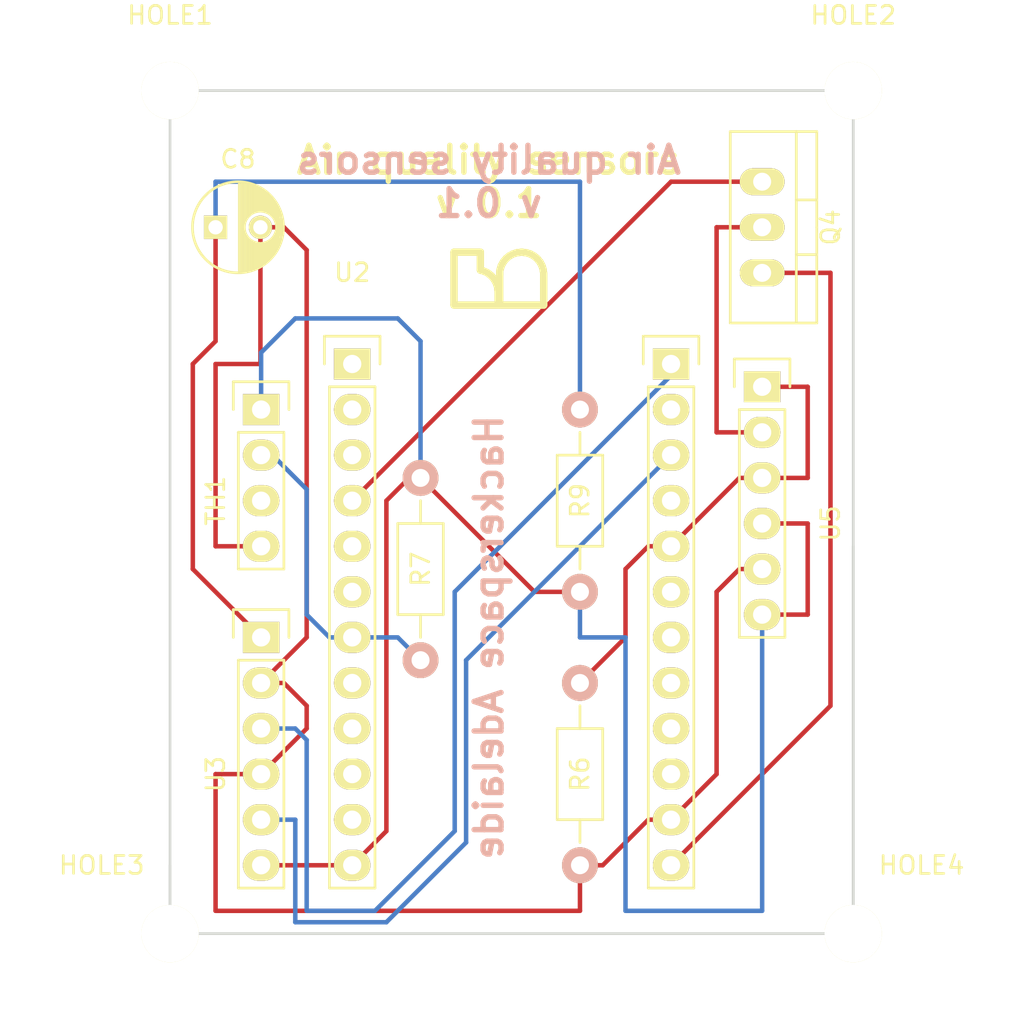
<source format=kicad_pcb>
(kicad_pcb (version 4) (host pcbnew 4.0.2-stable)

  (general
    (links 24)
    (no_connects 0)
    (area 142.717857 58.125 200.182143 115.715)
    (thickness 1.6)
    (drawings 230)
    (tracks 89)
    (zones 0)
    (modules 13)
    (nets 28)
  )

  (page A4)
  (title_block
    (title "Air quality sensors")
    (company sighmon)
  )

  (layers
    (0 F.Cu signal)
    (31 B.Cu signal)
    (32 B.Adhes user)
    (33 F.Adhes user)
    (34 B.Paste user)
    (35 F.Paste user)
    (36 B.SilkS user)
    (37 F.SilkS user)
    (38 B.Mask user)
    (39 F.Mask user)
    (40 Dwgs.User user)
    (41 Cmts.User user)
    (42 Eco1.User user)
    (43 Eco2.User user)
    (44 Edge.Cuts user)
    (45 Margin user)
    (46 B.CrtYd user)
    (47 F.CrtYd user)
    (48 B.Fab user)
    (49 F.Fab user)
  )

  (setup
    (last_trace_width 0.25)
    (trace_clearance 0.25)
    (zone_clearance 0.508)
    (zone_45_only no)
    (trace_min 0.2)
    (segment_width 0.2)
    (edge_width 0.15)
    (via_size 0.6)
    (via_drill 0.4)
    (via_min_size 0.4)
    (via_min_drill 0.3)
    (uvia_size 0.3)
    (uvia_drill 0.1)
    (uvias_allowed no)
    (uvia_min_size 0.2)
    (uvia_min_drill 0.1)
    (pcb_text_width 0.3)
    (pcb_text_size 1.5 1.5)
    (mod_edge_width 0.15)
    (mod_text_size 1 1)
    (mod_text_width 0.15)
    (pad_size 1.524 1.524)
    (pad_drill 0.762)
    (pad_to_mask_clearance 0.2)
    (aux_axis_origin 0 0)
    (visible_elements FFFFFF7F)
    (pcbplotparams
      (layerselection 0x00030_80000001)
      (usegerberextensions false)
      (excludeedgelayer true)
      (linewidth 0.100000)
      (plotframeref false)
      (viasonmask false)
      (mode 1)
      (useauxorigin false)
      (hpglpennumber 1)
      (hpglpenspeed 20)
      (hpglpendiameter 15)
      (hpglpenoverlay 2)
      (psnegative false)
      (psa4output false)
      (plotreference true)
      (plotvalue true)
      (plotinvisibletext false)
      (padsonsilk false)
      (subtractmaskfromsilk false)
      (outputformat 1)
      (mirror false)
      (drillshape 0)
      (scaleselection 1)
      (outputdirectory ""))
  )

  (net 0 "")
  (net 1 "Net-(C8-Pad1)")
  (net 2 GND)
  (net 3 "Net-(Q4-Pad2)")
  (net 4 "Net-(Q4-Pad1)")
  (net 5 "Net-(Q4-Pad3)")
  (net 6 "Net-(R6-Pad1)")
  (net 7 "Net-(R7-Pad1)")
  (net 8 "Net-(R7-Pad2)")
  (net 9 "Net-(TH1-Pad3)")
  (net 10 "Net-(U2-Pad11)")
  (net 11 "Net-(U2-Pad10)")
  (net 12 "Net-(U2-Pad9)")
  (net 13 "Net-(U2-Pad8)")
  (net 14 "Net-(U2-Pad6)")
  (net 15 "Net-(U2-Pad5)")
  (net 16 "Net-(U2-Pad3)")
  (net 17 "Net-(U2-Pad2)")
  (net 18 "Net-(U2-Pad1)")
  (net 19 "Net-(U2-Pad24)")
  (net 20 "Net-(U2-Pad22)")
  (net 21 "Net-(U2-Pad15)")
  (net 22 "Net-(U2-Pad16)")
  (net 23 "Net-(U2-Pad17)")
  (net 24 "Net-(U2-Pad18)")
  (net 25 "Net-(U2-Pad19)")
  (net 26 "Net-(U2-Pad21)")
  (net 27 "Net-(U2-Pad23)")

  (net_class Default "This is the default net class."
    (clearance 0.25)
    (trace_width 0.25)
    (via_dia 0.6)
    (via_drill 0.4)
    (uvia_dia 0.3)
    (uvia_drill 0.1)
    (add_net GND)
    (add_net "Net-(C8-Pad1)")
    (add_net "Net-(Q4-Pad1)")
    (add_net "Net-(Q4-Pad2)")
    (add_net "Net-(Q4-Pad3)")
    (add_net "Net-(R6-Pad1)")
    (add_net "Net-(R7-Pad1)")
    (add_net "Net-(R7-Pad2)")
    (add_net "Net-(TH1-Pad3)")
    (add_net "Net-(U2-Pad1)")
    (add_net "Net-(U2-Pad10)")
    (add_net "Net-(U2-Pad11)")
    (add_net "Net-(U2-Pad15)")
    (add_net "Net-(U2-Pad16)")
    (add_net "Net-(U2-Pad17)")
    (add_net "Net-(U2-Pad18)")
    (add_net "Net-(U2-Pad19)")
    (add_net "Net-(U2-Pad2)")
    (add_net "Net-(U2-Pad21)")
    (add_net "Net-(U2-Pad22)")
    (add_net "Net-(U2-Pad23)")
    (add_net "Net-(U2-Pad24)")
    (add_net "Net-(U2-Pad3)")
    (add_net "Net-(U2-Pad5)")
    (add_net "Net-(U2-Pad6)")
    (add_net "Net-(U2-Pad8)")
    (add_net "Net-(U2-Pad9)")
  )

  (module Pin_Headers:Pin_Header_Straight_1x04 (layer F.Cu) (tedit 57987D8C) (tstamp 57931A1A)
    (at 157.48 81.28)
    (descr "Through hole pin header")
    (tags "pin header")
    (path /576E2AD2)
    (fp_text reference TH1 (at -2.54 5.08 90) (layer F.SilkS)
      (effects (font (size 1 1) (thickness 0.15)))
    )
    (fp_text value DHT22_Temperature_Humidity (at -5.08 0 90) (layer F.Fab)
      (effects (font (size 1 1) (thickness 0.15)))
    )
    (fp_line (start -1.75 -1.75) (end -1.75 9.4) (layer F.CrtYd) (width 0.05))
    (fp_line (start 1.75 -1.75) (end 1.75 9.4) (layer F.CrtYd) (width 0.05))
    (fp_line (start -1.75 -1.75) (end 1.75 -1.75) (layer F.CrtYd) (width 0.05))
    (fp_line (start -1.75 9.4) (end 1.75 9.4) (layer F.CrtYd) (width 0.05))
    (fp_line (start -1.27 1.27) (end -1.27 8.89) (layer F.SilkS) (width 0.15))
    (fp_line (start 1.27 1.27) (end 1.27 8.89) (layer F.SilkS) (width 0.15))
    (fp_line (start 1.55 -1.55) (end 1.55 0) (layer F.SilkS) (width 0.15))
    (fp_line (start -1.27 8.89) (end 1.27 8.89) (layer F.SilkS) (width 0.15))
    (fp_line (start 1.27 1.27) (end -1.27 1.27) (layer F.SilkS) (width 0.15))
    (fp_line (start -1.55 0) (end -1.55 -1.55) (layer F.SilkS) (width 0.15))
    (fp_line (start -1.55 -1.55) (end 1.55 -1.55) (layer F.SilkS) (width 0.15))
    (pad 1 thru_hole rect (at 0 0) (size 2.032 1.7272) (drill 1.016) (layers *.Cu *.Mask F.SilkS)
      (net 7 "Net-(R7-Pad1)"))
    (pad 2 thru_hole oval (at 0 2.54) (size 2.032 1.7272) (drill 1.016) (layers *.Cu *.Mask F.SilkS)
      (net 8 "Net-(R7-Pad2)"))
    (pad 3 thru_hole oval (at 0 5.08) (size 2.032 1.7272) (drill 1.016) (layers *.Cu *.Mask F.SilkS)
      (net 9 "Net-(TH1-Pad3)"))
    (pad 4 thru_hole oval (at 0 7.62) (size 2.032 1.7272) (drill 1.016) (layers *.Cu *.Mask F.SilkS)
      (net 2 GND))
    (model Pin_Headers.3dshapes/Pin_Header_Straight_1x04.wrl
      (at (xyz 0 -0.15 0))
      (scale (xyz 1 1 1))
      (rotate (xyz 0 0 90))
    )
  )

  (module Resistors_ThroughHole:Resistor_Horizontal_RM10mm (layer F.Cu) (tedit 57987E0A) (tstamp 57931EFE)
    (at 175.26 81.28 270)
    (descr "Resistor, Axial,  RM 10mm, 1/3W")
    (tags "Resistor Axial RM 10mm 1/3W")
    (path /577393B5)
    (fp_text reference R9 (at 5.08 0 270) (layer F.SilkS)
      (effects (font (size 1 1) (thickness 0.15)))
    )
    (fp_text value R150 (at 0 2.54 270) (layer F.Fab)
      (effects (font (size 1 1) (thickness 0.15)))
    )
    (fp_line (start -1.25 -1.5) (end 11.4 -1.5) (layer F.CrtYd) (width 0.05))
    (fp_line (start -1.25 1.5) (end -1.25 -1.5) (layer F.CrtYd) (width 0.05))
    (fp_line (start 11.4 -1.5) (end 11.4 1.5) (layer F.CrtYd) (width 0.05))
    (fp_line (start -1.25 1.5) (end 11.4 1.5) (layer F.CrtYd) (width 0.05))
    (fp_line (start 2.54 -1.27) (end 7.62 -1.27) (layer F.SilkS) (width 0.15))
    (fp_line (start 7.62 -1.27) (end 7.62 1.27) (layer F.SilkS) (width 0.15))
    (fp_line (start 7.62 1.27) (end 2.54 1.27) (layer F.SilkS) (width 0.15))
    (fp_line (start 2.54 1.27) (end 2.54 -1.27) (layer F.SilkS) (width 0.15))
    (fp_line (start 2.54 0) (end 1.27 0) (layer F.SilkS) (width 0.15))
    (fp_line (start 7.62 0) (end 8.89 0) (layer F.SilkS) (width 0.15))
    (pad 1 thru_hole circle (at 0 0 270) (size 1.99898 1.99898) (drill 1.00076) (layers *.Cu *.SilkS *.Mask)
      (net 1 "Net-(C8-Pad1)"))
    (pad 2 thru_hole circle (at 10.16 0 270) (size 1.99898 1.99898) (drill 1.00076) (layers *.Cu *.SilkS *.Mask)
      (net 7 "Net-(R7-Pad1)"))
    (model Resistors_ThroughHole.3dshapes/Resistor_Horizontal_RM10mm.wrl
      (at (xyz 0.2 0 0))
      (scale (xyz 0.4 0.4 0.4))
      (rotate (xyz 0 0 0))
    )
  )

  (module Resistors_ThroughHole:Resistor_Horizontal_RM10mm (layer F.Cu) (tedit 57987DE4) (tstamp 57931ED7)
    (at 175.26 96.52 270)
    (descr "Resistor, Axial,  RM 10mm, 1/3W")
    (tags "Resistor Axial RM 10mm 1/3W")
    (path /57775D75)
    (fp_text reference R6 (at 5.08 0 270) (layer F.SilkS)
      (effects (font (size 1 1) (thickness 0.15)))
    )
    (fp_text value R20K (at 0 2.54 270) (layer F.Fab)
      (effects (font (size 1 1) (thickness 0.15)))
    )
    (fp_line (start -1.25 -1.5) (end 11.4 -1.5) (layer F.CrtYd) (width 0.05))
    (fp_line (start -1.25 1.5) (end -1.25 -1.5) (layer F.CrtYd) (width 0.05))
    (fp_line (start 11.4 -1.5) (end 11.4 1.5) (layer F.CrtYd) (width 0.05))
    (fp_line (start -1.25 1.5) (end 11.4 1.5) (layer F.CrtYd) (width 0.05))
    (fp_line (start 2.54 -1.27) (end 7.62 -1.27) (layer F.SilkS) (width 0.15))
    (fp_line (start 7.62 -1.27) (end 7.62 1.27) (layer F.SilkS) (width 0.15))
    (fp_line (start 7.62 1.27) (end 2.54 1.27) (layer F.SilkS) (width 0.15))
    (fp_line (start 2.54 1.27) (end 2.54 -1.27) (layer F.SilkS) (width 0.15))
    (fp_line (start 2.54 0) (end 1.27 0) (layer F.SilkS) (width 0.15))
    (fp_line (start 7.62 0) (end 8.89 0) (layer F.SilkS) (width 0.15))
    (pad 1 thru_hole circle (at 0 0 270) (size 1.99898 1.99898) (drill 1.00076) (layers *.Cu *.SilkS *.Mask)
      (net 6 "Net-(R6-Pad1)"))
    (pad 2 thru_hole circle (at 10.16 0 270) (size 1.99898 1.99898) (drill 1.00076) (layers *.Cu *.SilkS *.Mask)
      (net 2 GND))
    (model Resistors_ThroughHole.3dshapes/Resistor_Horizontal_RM10mm.wrl
      (at (xyz 0.2 0 0))
      (scale (xyz 0.4 0.4 0.4))
      (rotate (xyz 0 0 0))
    )
  )

  (module Resistors_ThroughHole:Resistor_Horizontal_RM10mm (layer F.Cu) (tedit 57FDF75C) (tstamp 57931324)
    (at 166.37 85.09 270)
    (descr "Resistor, Axial,  RM 10mm, 1/3W")
    (tags "Resistor Axial RM 10mm 1/3W")
    (path /5773ACC3)
    (fp_text reference R7 (at 5.08 0 270) (layer F.SilkS)
      (effects (font (size 1 1) (thickness 0.15)))
    )
    (fp_text value R10K (at 0 2.54 270) (layer F.Fab)
      (effects (font (size 1 1) (thickness 0.15)))
    )
    (fp_line (start -1.25 -1.5) (end 11.4 -1.5) (layer F.CrtYd) (width 0.05))
    (fp_line (start -1.25 1.5) (end -1.25 -1.5) (layer F.CrtYd) (width 0.05))
    (fp_line (start 11.4 -1.5) (end 11.4 1.5) (layer F.CrtYd) (width 0.05))
    (fp_line (start -1.25 1.5) (end 11.4 1.5) (layer F.CrtYd) (width 0.05))
    (fp_line (start 2.54 -1.27) (end 7.62 -1.27) (layer F.SilkS) (width 0.15))
    (fp_line (start 7.62 -1.27) (end 7.62 1.27) (layer F.SilkS) (width 0.15))
    (fp_line (start 7.62 1.27) (end 2.54 1.27) (layer F.SilkS) (width 0.15))
    (fp_line (start 2.54 1.27) (end 2.54 -1.27) (layer F.SilkS) (width 0.15))
    (fp_line (start 2.54 0) (end 1.27 0) (layer F.SilkS) (width 0.15))
    (fp_line (start 7.62 0) (end 8.89 0) (layer F.SilkS) (width 0.15))
    (pad 1 thru_hole circle (at 0 0 270) (size 1.99898 1.99898) (drill 1.00076) (layers *.Cu *.SilkS *.Mask)
      (net 7 "Net-(R7-Pad1)"))
    (pad 2 thru_hole circle (at 10.16 0 270) (size 1.99898 1.99898) (drill 1.00076) (layers *.Cu *.SilkS *.Mask)
      (net 8 "Net-(R7-Pad2)"))
    (model Resistors_ThroughHole.3dshapes/Resistor_Horizontal_RM10mm.wrl
      (at (xyz 0.2 0 0))
      (scale (xyz 0.4 0.4 0.4))
      (rotate (xyz 0 0 0))
    )
  )

  (module TO_SOT_Packages_THT:TO-220_Neutral123_Vertical (layer F.Cu) (tedit 57AB0A50) (tstamp 57931635)
    (at 185.42 71.12 270)
    (descr "TO-220, Neutral, Vertical,")
    (tags "TO-220, Neutral, Vertical,")
    (path /5773B3DF)
    (fp_text reference Q4 (at 0 -3.81 270) (layer F.SilkS)
      (effects (font (size 1 1) (thickness 0.15)))
    )
    (fp_text value P_Channel_MOSFET (at 0 -7.62 270) (layer F.Fab)
      (effects (font (size 1 1) (thickness 0.15)))
    )
    (fp_line (start -1.524 -3.048) (end -1.524 -1.905) (layer F.SilkS) (width 0.15))
    (fp_line (start 1.524 -3.048) (end 1.524 -1.905) (layer F.SilkS) (width 0.15))
    (fp_line (start 5.334 -1.905) (end 5.334 1.778) (layer F.SilkS) (width 0.15))
    (fp_line (start 5.334 1.778) (end -5.334 1.778) (layer F.SilkS) (width 0.15))
    (fp_line (start -5.334 1.778) (end -5.334 -1.905) (layer F.SilkS) (width 0.15))
    (fp_line (start 5.334 -3.048) (end 5.334 -1.905) (layer F.SilkS) (width 0.15))
    (fp_line (start 5.334 -1.905) (end -5.334 -1.905) (layer F.SilkS) (width 0.15))
    (fp_line (start -5.334 -1.905) (end -5.334 -3.048) (layer F.SilkS) (width 0.15))
    (fp_line (start 0 -3.048) (end -5.334 -3.048) (layer F.SilkS) (width 0.15))
    (fp_line (start 0 -3.048) (end 5.334 -3.048) (layer F.SilkS) (width 0.15))
    (pad 2 thru_hole oval (at 0 0) (size 2.49936 1.50114) (drill 1.00076) (layers *.Cu *.Mask F.SilkS)
      (net 3 "Net-(Q4-Pad2)"))
    (pad 1 thru_hole oval (at -2.54 0) (size 2.49936 1.50114) (drill 1.00076) (layers *.Cu *.Mask F.SilkS)
      (net 4 "Net-(Q4-Pad1)"))
    (pad 3 thru_hole oval (at 2.54 0) (size 2.49936 1.50114) (drill 1.00076) (layers *.Cu *.Mask F.SilkS)
      (net 5 "Net-(Q4-Pad3)"))
    (model TO_SOT_Packages_THT.3dshapes/TO-220_Neutral123_Vertical.wrl
      (at (xyz 0 0 0))
      (scale (xyz 0.3937 0.3937 0.3937))
      (rotate (xyz 0 0 0))
    )
  )

  (module Pin_Headers:Pin_Header_Straight_1x06 (layer F.Cu) (tedit 57987D99) (tstamp 57931B82)
    (at 157.48 93.98)
    (descr "Through hole pin header")
    (tags "pin header")
    (path /576E3133)
    (fp_text reference U3 (at -2.54 7.62 90) (layer F.SilkS)
      (effects (font (size 1 1) (thickness 0.15)))
    )
    (fp_text value GP2Y10_Dust_Particulate (at -5.08 10.16 90) (layer F.Fab)
      (effects (font (size 1 1) (thickness 0.15)))
    )
    (fp_line (start -1.75 -1.75) (end -1.75 14.45) (layer F.CrtYd) (width 0.05))
    (fp_line (start 1.75 -1.75) (end 1.75 14.45) (layer F.CrtYd) (width 0.05))
    (fp_line (start -1.75 -1.75) (end 1.75 -1.75) (layer F.CrtYd) (width 0.05))
    (fp_line (start -1.75 14.45) (end 1.75 14.45) (layer F.CrtYd) (width 0.05))
    (fp_line (start 1.27 1.27) (end 1.27 13.97) (layer F.SilkS) (width 0.15))
    (fp_line (start 1.27 13.97) (end -1.27 13.97) (layer F.SilkS) (width 0.15))
    (fp_line (start -1.27 13.97) (end -1.27 1.27) (layer F.SilkS) (width 0.15))
    (fp_line (start 1.55 -1.55) (end 1.55 0) (layer F.SilkS) (width 0.15))
    (fp_line (start 1.27 1.27) (end -1.27 1.27) (layer F.SilkS) (width 0.15))
    (fp_line (start -1.55 0) (end -1.55 -1.55) (layer F.SilkS) (width 0.15))
    (fp_line (start -1.55 -1.55) (end 1.55 -1.55) (layer F.SilkS) (width 0.15))
    (pad 1 thru_hole rect (at 0 0) (size 2.032 1.7272) (drill 1.016) (layers *.Cu *.Mask F.SilkS)
      (net 1 "Net-(C8-Pad1)"))
    (pad 2 thru_hole oval (at 0 2.54) (size 2.032 1.7272) (drill 1.016) (layers *.Cu *.Mask F.SilkS)
      (net 2 GND))
    (pad 3 thru_hole oval (at 0 5.08) (size 2.032 1.7272) (drill 1.016) (layers *.Cu *.Mask F.SilkS)
      (net 19 "Net-(U2-Pad24)"))
    (pad 4 thru_hole oval (at 0 7.62) (size 2.032 1.7272) (drill 1.016) (layers *.Cu *.Mask F.SilkS)
      (net 2 GND))
    (pad 5 thru_hole oval (at 0 10.16) (size 2.032 1.7272) (drill 1.016) (layers *.Cu *.Mask F.SilkS)
      (net 20 "Net-(U2-Pad22)"))
    (pad 6 thru_hole oval (at 0 12.7) (size 2.032 1.7272) (drill 1.016) (layers *.Cu *.Mask F.SilkS)
      (net 7 "Net-(R7-Pad1)"))
    (model Pin_Headers.3dshapes/Pin_Header_Straight_1x06.wrl
      (at (xyz 0 -0.25 0))
      (scale (xyz 1 1 1))
      (rotate (xyz 0 0 90))
    )
  )

  (module Capacitors_ThroughHole:C_Radial_D5_L6_P2.5 (layer F.Cu) (tedit 57987E22) (tstamp 57932078)
    (at 154.94 71.12)
    (descr "Radial Electrolytic Capacitor Diameter 5mm x Length 6mm, Pitch 2.5mm")
    (tags "Electrolytic Capacitor")
    (path /57738F5C)
    (fp_text reference C8 (at 1.25 -3.8) (layer F.SilkS)
      (effects (font (size 1 1) (thickness 0.15)))
    )
    (fp_text value 220u (at 2.54 -5.08) (layer F.Fab)
      (effects (font (size 1 1) (thickness 0.15)))
    )
    (fp_line (start 1.325 -2.499) (end 1.325 2.499) (layer F.SilkS) (width 0.15))
    (fp_line (start 1.465 -2.491) (end 1.465 2.491) (layer F.SilkS) (width 0.15))
    (fp_line (start 1.605 -2.475) (end 1.605 -0.095) (layer F.SilkS) (width 0.15))
    (fp_line (start 1.605 0.095) (end 1.605 2.475) (layer F.SilkS) (width 0.15))
    (fp_line (start 1.745 -2.451) (end 1.745 -0.49) (layer F.SilkS) (width 0.15))
    (fp_line (start 1.745 0.49) (end 1.745 2.451) (layer F.SilkS) (width 0.15))
    (fp_line (start 1.885 -2.418) (end 1.885 -0.657) (layer F.SilkS) (width 0.15))
    (fp_line (start 1.885 0.657) (end 1.885 2.418) (layer F.SilkS) (width 0.15))
    (fp_line (start 2.025 -2.377) (end 2.025 -0.764) (layer F.SilkS) (width 0.15))
    (fp_line (start 2.025 0.764) (end 2.025 2.377) (layer F.SilkS) (width 0.15))
    (fp_line (start 2.165 -2.327) (end 2.165 -0.835) (layer F.SilkS) (width 0.15))
    (fp_line (start 2.165 0.835) (end 2.165 2.327) (layer F.SilkS) (width 0.15))
    (fp_line (start 2.305 -2.266) (end 2.305 -0.879) (layer F.SilkS) (width 0.15))
    (fp_line (start 2.305 0.879) (end 2.305 2.266) (layer F.SilkS) (width 0.15))
    (fp_line (start 2.445 -2.196) (end 2.445 -0.898) (layer F.SilkS) (width 0.15))
    (fp_line (start 2.445 0.898) (end 2.445 2.196) (layer F.SilkS) (width 0.15))
    (fp_line (start 2.585 -2.114) (end 2.585 -0.896) (layer F.SilkS) (width 0.15))
    (fp_line (start 2.585 0.896) (end 2.585 2.114) (layer F.SilkS) (width 0.15))
    (fp_line (start 2.725 -2.019) (end 2.725 -0.871) (layer F.SilkS) (width 0.15))
    (fp_line (start 2.725 0.871) (end 2.725 2.019) (layer F.SilkS) (width 0.15))
    (fp_line (start 2.865 -1.908) (end 2.865 -0.823) (layer F.SilkS) (width 0.15))
    (fp_line (start 2.865 0.823) (end 2.865 1.908) (layer F.SilkS) (width 0.15))
    (fp_line (start 3.005 -1.78) (end 3.005 -0.745) (layer F.SilkS) (width 0.15))
    (fp_line (start 3.005 0.745) (end 3.005 1.78) (layer F.SilkS) (width 0.15))
    (fp_line (start 3.145 -1.631) (end 3.145 -0.628) (layer F.SilkS) (width 0.15))
    (fp_line (start 3.145 0.628) (end 3.145 1.631) (layer F.SilkS) (width 0.15))
    (fp_line (start 3.285 -1.452) (end 3.285 -0.44) (layer F.SilkS) (width 0.15))
    (fp_line (start 3.285 0.44) (end 3.285 1.452) (layer F.SilkS) (width 0.15))
    (fp_line (start 3.425 -1.233) (end 3.425 1.233) (layer F.SilkS) (width 0.15))
    (fp_line (start 3.565 -0.944) (end 3.565 0.944) (layer F.SilkS) (width 0.15))
    (fp_line (start 3.705 -0.472) (end 3.705 0.472) (layer F.SilkS) (width 0.15))
    (fp_circle (center 2.5 0) (end 2.5 -0.9) (layer F.SilkS) (width 0.15))
    (fp_circle (center 1.25 0) (end 1.25 -2.5375) (layer F.SilkS) (width 0.15))
    (fp_circle (center 1.25 0) (end 1.25 -2.8) (layer F.CrtYd) (width 0.05))
    (pad 1 thru_hole rect (at 0 0) (size 1.3 1.3) (drill 0.8) (layers *.Cu *.Mask F.SilkS)
      (net 1 "Net-(C8-Pad1)"))
    (pad 2 thru_hole circle (at 2.5 0) (size 1.3 1.3) (drill 0.8) (layers *.Cu *.Mask F.SilkS)
      (net 2 GND))
    (model Capacitors_ThroughHole.3dshapes/C_Radial_D5_L6_P2.5.wrl
      (at (xyz 0.0492126 0 0))
      (scale (xyz 1 1 1))
      (rotate (xyz 0 0 90))
    )
  )

  (module RedbearDuo:RedbearDuo (layer F.Cu) (tedit 57988B2C) (tstamp 57989117)
    (at 162.56 78.74)
    (descr "Through hole pin header")
    (tags "pin header")
    (path /576E35B2)
    (fp_text reference U2 (at 0 -5.1) (layer F.SilkS)
      (effects (font (size 1 1) (thickness 0.15)))
    )
    (fp_text value Redbear_Duo (at 0 -3.1) (layer F.Fab)
      (effects (font (size 1 1) (thickness 0.15)))
    )
    (fp_line (start 16.23 -1.55) (end 19.33 -1.55) (layer F.SilkS) (width 0.15))
    (fp_line (start 16.23 0) (end 16.23 -1.55) (layer F.SilkS) (width 0.15))
    (fp_line (start 19.05 1.27) (end 16.51 1.27) (layer F.SilkS) (width 0.15))
    (fp_line (start 19.33 -1.55) (end 19.33 0) (layer F.SilkS) (width 0.15))
    (fp_line (start 16.51 29.21) (end 16.51 1.27) (layer F.SilkS) (width 0.15))
    (fp_line (start 19.05 29.21) (end 16.51 29.21) (layer F.SilkS) (width 0.15))
    (fp_line (start 19.05 1.27) (end 19.05 29.21) (layer F.SilkS) (width 0.15))
    (fp_line (start 16.03 29.7) (end 19.53 29.7) (layer F.CrtYd) (width 0.05))
    (fp_line (start 16.03 -1.75) (end 19.53 -1.75) (layer F.CrtYd) (width 0.05))
    (fp_line (start 19.53 -1.75) (end 19.53 29.7) (layer F.CrtYd) (width 0.05))
    (fp_line (start 16.03 -1.75) (end 16.03 29.7) (layer F.CrtYd) (width 0.05))
    (fp_line (start -1.75 -1.75) (end -1.75 29.7) (layer F.CrtYd) (width 0.05))
    (fp_line (start 1.75 -1.75) (end 1.75 29.7) (layer F.CrtYd) (width 0.05))
    (fp_line (start -1.75 -1.75) (end 1.75 -1.75) (layer F.CrtYd) (width 0.05))
    (fp_line (start -1.75 29.7) (end 1.75 29.7) (layer F.CrtYd) (width 0.05))
    (fp_line (start 1.27 1.27) (end 1.27 29.21) (layer F.SilkS) (width 0.15))
    (fp_line (start 1.27 29.21) (end -1.27 29.21) (layer F.SilkS) (width 0.15))
    (fp_line (start -1.27 29.21) (end -1.27 1.27) (layer F.SilkS) (width 0.15))
    (fp_line (start 1.55 -1.55) (end 1.55 0) (layer F.SilkS) (width 0.15))
    (fp_line (start 1.27 1.27) (end -1.27 1.27) (layer F.SilkS) (width 0.15))
    (fp_line (start -1.55 0) (end -1.55 -1.55) (layer F.SilkS) (width 0.15))
    (fp_line (start -1.55 -1.55) (end 1.55 -1.55) (layer F.SilkS) (width 0.15))
    (pad 13 thru_hole oval (at 17.78 27.94) (size 2.032 1.7272) (drill 1.016) (layers *.Cu *.Mask F.SilkS)
      (net 5 "Net-(Q4-Pad3)"))
    (pad 14 thru_hole oval (at 17.78 25.4) (size 2.032 1.7272) (drill 1.016) (layers *.Cu *.Mask F.SilkS)
      (net 2 GND))
    (pad 15 thru_hole oval (at 17.78 22.86) (size 2.032 1.7272) (drill 1.016) (layers *.Cu *.Mask F.SilkS)
      (net 21 "Net-(U2-Pad15)"))
    (pad 16 thru_hole oval (at 17.78 20.32) (size 2.032 1.7272) (drill 1.016) (layers *.Cu *.Mask F.SilkS)
      (net 22 "Net-(U2-Pad16)"))
    (pad 17 thru_hole oval (at 17.78 17.78) (size 2.032 1.7272) (drill 1.016) (layers *.Cu *.Mask F.SilkS)
      (net 23 "Net-(U2-Pad17)"))
    (pad 18 thru_hole oval (at 17.78 15.24) (size 2.032 1.7272) (drill 1.016) (layers *.Cu *.Mask F.SilkS)
      (net 24 "Net-(U2-Pad18)"))
    (pad 19 thru_hole oval (at 17.78 12.7) (size 2.032 1.7272) (drill 1.016) (layers *.Cu *.Mask F.SilkS)
      (net 25 "Net-(U2-Pad19)"))
    (pad 20 thru_hole oval (at 17.78 10.16) (size 2.032 1.7272) (drill 1.016) (layers *.Cu *.Mask F.SilkS)
      (net 6 "Net-(R6-Pad1)"))
    (pad 21 thru_hole oval (at 17.78 7.62) (size 2.032 1.7272) (drill 1.016) (layers *.Cu *.Mask F.SilkS)
      (net 26 "Net-(U2-Pad21)"))
    (pad 22 thru_hole oval (at 17.78 5.08) (size 2.032 1.7272) (drill 1.016) (layers *.Cu *.Mask F.SilkS)
      (net 20 "Net-(U2-Pad22)"))
    (pad 23 thru_hole oval (at 17.78 2.54) (size 2.032 1.7272) (drill 1.016) (layers *.Cu *.Mask F.SilkS)
      (net 27 "Net-(U2-Pad23)"))
    (pad 24 thru_hole rect (at 17.78 0) (size 2.032 1.7272) (drill 1.016) (layers *.Cu *.Mask F.SilkS)
      (net 19 "Net-(U2-Pad24)"))
    (pad 1 thru_hole rect (at 0 0) (size 2.032 1.7272) (drill 1.016) (layers *.Cu *.Mask F.SilkS)
      (net 18 "Net-(U2-Pad1)"))
    (pad 2 thru_hole oval (at 0 2.54) (size 2.032 1.7272) (drill 1.016) (layers *.Cu *.Mask F.SilkS)
      (net 17 "Net-(U2-Pad2)"))
    (pad 3 thru_hole oval (at 0 5.08) (size 2.032 1.7272) (drill 1.016) (layers *.Cu *.Mask F.SilkS)
      (net 16 "Net-(U2-Pad3)"))
    (pad 4 thru_hole oval (at 0 7.62) (size 2.032 1.7272) (drill 1.016) (layers *.Cu *.Mask F.SilkS)
      (net 4 "Net-(Q4-Pad1)"))
    (pad 5 thru_hole oval (at 0 10.16) (size 2.032 1.7272) (drill 1.016) (layers *.Cu *.Mask F.SilkS)
      (net 15 "Net-(U2-Pad5)"))
    (pad 6 thru_hole oval (at 0 12.7) (size 2.032 1.7272) (drill 1.016) (layers *.Cu *.Mask F.SilkS)
      (net 14 "Net-(U2-Pad6)"))
    (pad 7 thru_hole oval (at 0 15.24) (size 2.032 1.7272) (drill 1.016) (layers *.Cu *.Mask F.SilkS)
      (net 8 "Net-(R7-Pad2)"))
    (pad 8 thru_hole oval (at 0 17.78) (size 2.032 1.7272) (drill 1.016) (layers *.Cu *.Mask F.SilkS)
      (net 13 "Net-(U2-Pad8)"))
    (pad 9 thru_hole oval (at 0 20.32) (size 2.032 1.7272) (drill 1.016) (layers *.Cu *.Mask F.SilkS)
      (net 12 "Net-(U2-Pad9)"))
    (pad 10 thru_hole oval (at 0 22.86) (size 2.032 1.7272) (drill 1.016) (layers *.Cu *.Mask F.SilkS)
      (net 11 "Net-(U2-Pad10)"))
    (pad 11 thru_hole oval (at 0 25.4) (size 2.032 1.7272) (drill 1.016) (layers *.Cu *.Mask F.SilkS)
      (net 10 "Net-(U2-Pad11)"))
    (pad 12 thru_hole oval (at 0 27.94) (size 2.032 1.7272) (drill 1.016) (layers *.Cu *.Mask F.SilkS)
      (net 7 "Net-(R7-Pad1)"))
    (model ../../packages3d/Socket_Strips.3dshapes/Socket_Strip_Angled_1x12.wrl
      (at (xyz 0 0 0))
      (scale (xyz 1 1 1))
      (rotate (xyz 0 0 0))
    )
  )

  (module Pin_Headers:Pin_Header_Straight_1x06 (layer F.Cu) (tedit 57989254) (tstamp 5798917F)
    (at 185.42 80.01)
    (descr "Through hole pin header")
    (tags "pin header")
    (path /576E32E5)
    (fp_text reference U5 (at 3.81 7.62 90) (layer F.SilkS)
      (effects (font (size 1 1) (thickness 0.15)))
    )
    (fp_text value MQ-7_Carbon_Monoxide (at 6.35 7.62 90) (layer F.Fab)
      (effects (font (size 1 1) (thickness 0.15)))
    )
    (fp_line (start -1.75 -1.75) (end -1.75 14.45) (layer F.CrtYd) (width 0.05))
    (fp_line (start 1.75 -1.75) (end 1.75 14.45) (layer F.CrtYd) (width 0.05))
    (fp_line (start -1.75 -1.75) (end 1.75 -1.75) (layer F.CrtYd) (width 0.05))
    (fp_line (start -1.75 14.45) (end 1.75 14.45) (layer F.CrtYd) (width 0.05))
    (fp_line (start 1.27 1.27) (end 1.27 13.97) (layer F.SilkS) (width 0.15))
    (fp_line (start 1.27 13.97) (end -1.27 13.97) (layer F.SilkS) (width 0.15))
    (fp_line (start -1.27 13.97) (end -1.27 1.27) (layer F.SilkS) (width 0.15))
    (fp_line (start 1.55 -1.55) (end 1.55 0) (layer F.SilkS) (width 0.15))
    (fp_line (start 1.27 1.27) (end -1.27 1.27) (layer F.SilkS) (width 0.15))
    (fp_line (start -1.55 0) (end -1.55 -1.55) (layer F.SilkS) (width 0.15))
    (fp_line (start -1.55 -1.55) (end 1.55 -1.55) (layer F.SilkS) (width 0.15))
    (pad 1 thru_hole rect (at 0 0) (size 2.032 1.7272) (drill 1.016) (layers *.Cu *.Mask F.SilkS)
      (net 6 "Net-(R6-Pad1)"))
    (pad 2 thru_hole oval (at 0 2.54) (size 2.032 1.7272) (drill 1.016) (layers *.Cu *.Mask F.SilkS)
      (net 3 "Net-(Q4-Pad2)"))
    (pad 3 thru_hole oval (at 0 5.08) (size 2.032 1.7272) (drill 1.016) (layers *.Cu *.Mask F.SilkS)
      (net 6 "Net-(R6-Pad1)"))
    (pad 4 thru_hole oval (at 0 7.62) (size 2.032 1.7272) (drill 1.016) (layers *.Cu *.Mask F.SilkS)
      (net 7 "Net-(R7-Pad1)"))
    (pad 5 thru_hole oval (at 0 10.16) (size 2.032 1.7272) (drill 1.016) (layers *.Cu *.Mask F.SilkS)
      (net 2 GND))
    (pad 6 thru_hole oval (at 0 12.7) (size 2.032 1.7272) (drill 1.016) (layers *.Cu *.Mask F.SilkS)
      (net 7 "Net-(R7-Pad1)"))
    (model Pin_Headers.3dshapes/Pin_Header_Straight_1x06.wrl
      (at (xyz 0 -0.25 0))
      (scale (xyz 1 1 1))
      (rotate (xyz 0 0 90))
    )
  )

  (module Mounting_Holes:MountingHole_3.2mm_M3 (layer F.Cu) (tedit 57AB0953) (tstamp 57AAFC6B)
    (at 190.5 63.5)
    (descr "Mounting Hole 3.2mm, no annular, M3")
    (tags "mounting hole 3.2mm no annular m3")
    (fp_text reference HOLE2 (at 0 -4.2) (layer F.SilkS)
      (effects (font (size 1 1) (thickness 0.15)))
    )
    (fp_text value MountingHole_3.2mm_M3 (at 0 4.2) (layer F.Fab)
      (effects (font (size 1 1) (thickness 0.15)))
    )
    (fp_circle (center 0 0) (end 3.2 0) (layer Cmts.User) (width 0.15))
    (fp_circle (center 0 0) (end 3.45 0) (layer F.CrtYd) (width 0.05))
    (pad 1 np_thru_hole circle (at 0 0) (size 3.2 3.2) (drill 3.2) (layers *.Cu *.Mask F.SilkS))
  )

  (module Mounting_Holes:MountingHole_3.2mm_M3 (layer F.Cu) (tedit 57AB0A5E) (tstamp 57AAFC72)
    (at 190.5 110.49)
    (descr "Mounting Hole 3.2mm, no annular, M3")
    (tags "mounting hole 3.2mm no annular m3")
    (fp_text reference HOLE4 (at 3.81 -3.81) (layer F.SilkS)
      (effects (font (size 1 1) (thickness 0.15)))
    )
    (fp_text value MountingHole_3.2mm_M3 (at 0 4.2) (layer F.Fab)
      (effects (font (size 1 1) (thickness 0.15)))
    )
    (fp_circle (center 0 0) (end 3.2 0) (layer Cmts.User) (width 0.15))
    (fp_circle (center 0 0) (end 3.45 0) (layer F.CrtYd) (width 0.05))
    (pad 1 np_thru_hole circle (at 0 0) (size 3.2 3.2) (drill 3.2) (layers *.Cu *.Mask F.SilkS))
  )

  (module Mounting_Holes:MountingHole_3.2mm_M3 (layer F.Cu) (tedit 57AB0958) (tstamp 57AAFC79)
    (at 152.4 63.5)
    (descr "Mounting Hole 3.2mm, no annular, M3")
    (tags "mounting hole 3.2mm no annular m3")
    (fp_text reference HOLE1 (at 0 -4.2) (layer F.SilkS)
      (effects (font (size 1 1) (thickness 0.15)))
    )
    (fp_text value MountingHole_3.2mm_M3 (at 0 4.2) (layer F.Fab)
      (effects (font (size 1 1) (thickness 0.15)))
    )
    (fp_circle (center 0 0) (end 3.2 0) (layer Cmts.User) (width 0.15))
    (fp_circle (center 0 0) (end 3.45 0) (layer F.CrtYd) (width 0.05))
    (pad 1 np_thru_hole circle (at 0 0) (size 3.2 3.2) (drill 3.2) (layers *.Cu *.Mask F.SilkS))
  )

  (module Mounting_Holes:MountingHole_3.2mm_M3 (layer F.Cu) (tedit 57AB0A59) (tstamp 57AAFC80)
    (at 152.4 110.49)
    (descr "Mounting Hole 3.2mm, no annular, M3")
    (tags "mounting hole 3.2mm no annular m3")
    (fp_text reference HOLE3 (at -3.81 -3.81) (layer F.SilkS)
      (effects (font (size 1 1) (thickness 0.15)))
    )
    (fp_text value MountingHole_3.2mm_M3 (at 0 4.2) (layer F.Fab)
      (effects (font (size 1 1) (thickness 0.15)))
    )
    (fp_circle (center 0 0) (end 3.2 0) (layer Cmts.User) (width 0.15))
    (fp_circle (center 0 0) (end 3.45 0) (layer F.CrtYd) (width 0.05))
    (pad 1 np_thru_hole circle (at 0 0) (size 3.2 3.2) (drill 3.2) (layers *.Cu *.Mask F.SilkS))
  )

  (gr_line (start 152.4 110.49) (end 152.4 106.68) (angle 90) (layer Edge.Cuts) (width 0.15))
  (gr_line (start 190.5 109.22) (end 190.5 88.9) (angle 90) (layer Edge.Cuts) (width 0.15))
  (gr_line (start 190.5 110.49) (end 190.5 109.22) (angle 90) (layer Edge.Cuts) (width 0.15))
  (gr_line (start 173.140643 73.260868) (end 173.026455 73.05088) (layer F.SilkS) (width 0.4) (tstamp 57B7F3CE))
  (gr_line (start 173.026455 73.05088) (end 172.877062 72.869563) (layer F.SilkS) (width 0.4) (tstamp 57B7F3CD))
  (gr_line (start 172.877062 72.869563) (end 172.695723 72.720183) (layer F.SilkS) (width 0.4) (tstamp 57B7F3CC))
  (gr_line (start 172.695723 72.720183) (end 172.485765 72.605985) (layer F.SilkS) (width 0.4) (tstamp 57B7F3CB))
  (gr_line (start 172.485765 72.605985) (end 172.253685 72.533554) (layer F.SilkS) (width 0.4) (tstamp 57B7F3CA))
  (gr_line (start 172.253685 72.533554) (end 172.006106 72.509387) (layer F.SilkS) (width 0.4) (tstamp 57B7F3C9))
  (gr_line (start 172.006106 72.509387) (end 171.758445 72.53355) (layer F.SilkS) (width 0.4) (tstamp 57B7F3C8))
  (gr_line (start 171.758445 72.53355) (end 171.526388 72.605985) (layer F.SilkS) (width 0.4) (tstamp 57B7F3C7))
  (gr_line (start 171.526388 72.605985) (end 171.316781 72.720179) (layer F.SilkS) (width 0.4) (tstamp 57B7F3C6))
  (gr_line (start 171.316781 72.720179) (end 171.136742 72.869563) (layer F.SilkS) (width 0.4) (tstamp 57B7F3C5))
  (gr_line (start 171.136742 72.869563) (end 170.988535 73.05088) (layer F.SilkS) (width 0.4) (tstamp 57B7F3C4))
  (gr_line (start 170.988535 73.05088) (end 170.874762 73.260868) (layer F.SilkS) (width 0.4) (tstamp 57B7F3C3))
  (gr_line (start 170.874762 73.260868) (end 170.802311 73.492934) (layer F.SilkS) (width 0.4) (tstamp 57B7F3C2))
  (gr_line (start 170.802311 73.492934) (end 170.778184 73.740552) (layer F.SilkS) (width 0.4) (tstamp 57B7F3C1))
  (gr_line (start 170.778184 73.740552) (end 170.778184 73.747093) (layer F.SilkS) (width 0.4) (tstamp 57B7F3C0))
  (gr_line (start 170.778184 73.747093) (end 170.778184 73.753634) (layer F.SilkS) (width 0.4) (tstamp 57B7F3BF))
  (gr_line (start 170.778184 73.753634) (end 170.778184 75.456337) (layer F.SilkS) (width 0.4) (tstamp 57B7F3BE))
  (gr_line (start 170.778184 75.456337) (end 173.233998 75.456337) (layer F.SilkS) (width 0.4) (tstamp 57B7F3BD))
  (gr_line (start 173.233998 75.456337) (end 173.233998 73.842035) (layer F.SilkS) (width 0.4) (tstamp 57B7F3BC))
  (gr_line (start 173.233998 73.842035) (end 173.236424 73.816287) (layer F.SilkS) (width 0.4) (tstamp 57B7F3BB))
  (gr_line (start 173.236424 73.816287) (end 173.237233 73.791318) (layer F.SilkS) (width 0.4) (tstamp 57B7F3BA))
  (gr_line (start 173.237233 73.791318) (end 173.237233 73.76594) (layer F.SilkS) (width 0.4) (tstamp 57B7F3B9))
  (gr_line (start 173.237233 73.76594) (end 173.237233 73.740562) (layer F.SilkS) (width 0.4) (tstamp 57B7F3B8))
  (gr_line (start 173.237233 73.740562) (end 173.21308 73.492936) (layer F.SilkS) (width 0.4) (tstamp 57B7F3B7))
  (gr_line (start 173.21308 73.492936) (end 173.140647 73.260868) (layer F.SilkS) (width 0.4) (tstamp 57B7F3B6))
  (gr_line (start 173.140647 73.260868) (end 173.140645 73.260868) (layer F.SilkS) (width 0.4) (tstamp 57B7F3B5))
  (gr_line (start 173.140645 73.260868) (end 173.140643 73.260868) (layer F.SilkS) (width 0.4) (tstamp 57B7F3B4))
  (gr_line (start 170.683217 74.575539) (end 170.679924 74.526404) (layer F.SilkS) (width 0.4) (tstamp 57B7F3B3))
  (gr_line (start 170.679924 74.526404) (end 170.660326 74.428185) (layer F.SilkS) (width 0.4) (tstamp 57B7F3B2))
  (gr_line (start 170.660326 74.428185) (end 170.630839 74.333209) (layer F.SilkS) (width 0.4) (tstamp 57B7F3B1))
  (gr_line (start 170.630839 74.333209) (end 170.598069 74.241585) (layer F.SilkS) (width 0.4) (tstamp 57B7F3B0))
  (gr_line (start 170.598069 74.241585) (end 170.55552 74.153116) (layer F.SilkS) (width 0.4) (tstamp 57B7F3AF))
  (gr_line (start 170.55552 74.153116) (end 170.545701 74.133498) (layer F.SilkS) (width 0.4) (tstamp 57B7F3AE))
  (gr_line (start 170.545701 74.133498) (end 170.532609 74.11386) (layer F.SilkS) (width 0.4) (tstamp 57B7F3AD))
  (gr_line (start 170.532609 74.11386) (end 170.44584 73.973053) (layer F.SilkS) (width 0.4) (tstamp 57B7F3AC))
  (gr_line (start 170.44584 73.973053) (end 170.332887 73.845328) (layer F.SilkS) (width 0.4) (tstamp 57B7F3AB))
  (gr_line (start 170.332887 73.845328) (end 170.264094 73.784772) (layer F.SilkS) (width 0.4) (tstamp 57B7F3AA))
  (gr_line (start 170.264094 73.784772) (end 170.192038 73.72748) (layer F.SilkS) (width 0.4) (tstamp 57B7F3A9))
  (gr_line (start 170.192038 73.72748) (end 170.133144 73.68327) (layer F.SilkS) (width 0.4) (tstamp 57B7F3A8))
  (gr_line (start 170.133144 73.68327) (end 170.070888 73.645587) (layer F.SilkS) (width 0.4) (tstamp 57B7F3A7))
  (gr_line (start 170.070888 73.645587) (end 170.051279 73.634126) (layer F.SilkS) (width 0.4) (tstamp 57B7F3A6))
  (gr_line (start 170.051279 73.634126) (end 170.025046 73.622705) (layer F.SilkS) (width 0.4) (tstamp 57B7F3A5))
  (gr_line (start 170.025046 73.622705) (end 169.943181 73.581788) (layer F.SilkS) (width 0.4) (tstamp 57B7F3A4))
  (gr_line (start 169.943181 73.581788) (end 169.8548 73.55066) (layer F.SilkS) (width 0.4) (tstamp 57B7F3A3))
  (gr_line (start 169.8548 73.55066) (end 169.808948 73.537539) (layer F.SilkS) (width 0.4) (tstamp 57B7F3A2))
  (gr_line (start 169.808948 73.537539) (end 169.759873 73.524447) (layer F.SilkS) (width 0.4) (tstamp 57B7F3A1))
  (gr_line (start 169.759873 73.524447) (end 169.710718 73.511355) (layer F.SilkS) (width 0.4) (tstamp 57B7F3A0))
  (gr_line (start 169.710718 73.511355) (end 169.710718 72.509397) (layer F.SilkS) (width 0.4) (tstamp 57B7F39F))
  (gr_line (start 169.710718 72.509397) (end 168.237232 72.509397) (layer F.SilkS) (width 0.4) (tstamp 57B7F39E))
  (gr_line (start 168.237232 72.509397) (end 168.237232 75.456337) (layer F.SilkS) (width 0.4) (tstamp 57B7F39D))
  (gr_line (start 168.237232 75.456337) (end 170.693036 75.456337) (layer F.SilkS) (width 0.4) (tstamp 57B7F39C))
  (gr_line (start 170.693036 75.456337) (end 170.693036 74.726126) (layer F.SilkS) (width 0.4) (tstamp 57B7F39B))
  (gr_line (start 170.693036 74.726126) (end 170.693036 74.675369) (layer F.SilkS) (width 0.4) (tstamp 57B7F39A))
  (gr_line (start 170.693036 74.675369) (end 170.689753 74.624623) (layer F.SilkS) (width 0.4) (tstamp 57B7F399))
  (gr_line (start 170.689753 74.624623) (end 170.683217 74.575539) (layer F.SilkS) (width 0.4) (tstamp 57B7F398))
  (gr_line (start 170.689753 74.624623) (end 170.683217 74.575539) (layer F.SilkS) (width 0.4) (tstamp 57B7F397))
  (gr_line (start 170.693036 74.675369) (end 170.689753 74.624623) (layer F.SilkS) (width 0.4) (tstamp 57B7F396))
  (gr_line (start 170.693036 74.726126) (end 170.693036 74.675369) (layer F.SilkS) (width 0.4) (tstamp 57B7F395))
  (gr_line (start 170.693036 75.456337) (end 170.693036 74.726126) (layer F.SilkS) (width 0.4) (tstamp 57B7F394))
  (gr_line (start 168.237232 75.456337) (end 170.693036 75.456337) (layer F.SilkS) (width 0.4) (tstamp 57B7F393))
  (gr_line (start 168.237232 72.509397) (end 168.237232 75.456337) (layer F.SilkS) (width 0.4) (tstamp 57B7F392))
  (gr_line (start 169.710718 72.509397) (end 168.237232 72.509397) (layer F.SilkS) (width 0.4) (tstamp 57B7F391))
  (gr_line (start 169.710718 73.511355) (end 169.710718 72.509397) (layer F.SilkS) (width 0.4) (tstamp 57B7F390))
  (gr_line (start 169.759873 73.524447) (end 169.710718 73.511355) (layer F.SilkS) (width 0.4) (tstamp 57B7F38F))
  (gr_line (start 169.808948 73.537539) (end 169.759873 73.524447) (layer F.SilkS) (width 0.4) (tstamp 57B7F38E))
  (gr_line (start 169.8548 73.55066) (end 169.808948 73.537539) (layer F.SilkS) (width 0.4) (tstamp 57B7F38D))
  (gr_line (start 169.943181 73.581788) (end 169.8548 73.55066) (layer F.SilkS) (width 0.4) (tstamp 57B7F38C))
  (gr_line (start 170.025046 73.622705) (end 169.943181 73.581788) (layer F.SilkS) (width 0.4) (tstamp 57B7F38B))
  (gr_line (start 170.051279 73.634126) (end 170.025046 73.622705) (layer F.SilkS) (width 0.4) (tstamp 57B7F38A))
  (gr_line (start 170.070888 73.645587) (end 170.051279 73.634126) (layer F.SilkS) (width 0.4) (tstamp 57B7F389))
  (gr_line (start 170.133144 73.68327) (end 170.070888 73.645587) (layer F.SilkS) (width 0.4) (tstamp 57B7F388))
  (gr_line (start 170.192038 73.72748) (end 170.133144 73.68327) (layer F.SilkS) (width 0.4) (tstamp 57B7F387))
  (gr_line (start 170.264094 73.784772) (end 170.192038 73.72748) (layer F.SilkS) (width 0.4) (tstamp 57B7F386))
  (gr_line (start 170.332887 73.845328) (end 170.264094 73.784772) (layer F.SilkS) (width 0.4) (tstamp 57B7F385))
  (gr_line (start 170.44584 73.973053) (end 170.332887 73.845328) (layer F.SilkS) (width 0.4) (tstamp 57B7F384))
  (gr_line (start 170.532609 74.11386) (end 170.44584 73.973053) (layer F.SilkS) (width 0.4) (tstamp 57B7F383))
  (gr_line (start 170.545701 74.133498) (end 170.532609 74.11386) (layer F.SilkS) (width 0.4) (tstamp 57B7F382))
  (gr_line (start 170.55552 74.153116) (end 170.545701 74.133498) (layer F.SilkS) (width 0.4) (tstamp 57B7F381))
  (gr_line (start 170.598069 74.241585) (end 170.55552 74.153116) (layer F.SilkS) (width 0.4) (tstamp 57B7F380))
  (gr_line (start 170.630839 74.333209) (end 170.598069 74.241585) (layer F.SilkS) (width 0.4) (tstamp 57B7F37F))
  (gr_line (start 170.660326 74.428185) (end 170.630839 74.333209) (layer F.SilkS) (width 0.4) (tstamp 57B7F37E))
  (gr_line (start 170.679924 74.526404) (end 170.660326 74.428185) (layer F.SilkS) (width 0.4) (tstamp 57B7F37D))
  (gr_line (start 170.683217 74.575539) (end 170.679924 74.526404) (layer F.SilkS) (width 0.4) (tstamp 57B7F37C))
  (gr_line (start 173.140645 73.260868) (end 173.140643 73.260868) (layer F.SilkS) (width 0.4) (tstamp 57B7F37B))
  (gr_line (start 173.140647 73.260868) (end 173.140645 73.260868) (layer F.SilkS) (width 0.4) (tstamp 57B7F37A))
  (gr_line (start 173.21308 73.492936) (end 173.140647 73.260868) (layer F.SilkS) (width 0.4) (tstamp 57B7F379))
  (gr_line (start 173.237233 73.740562) (end 173.21308 73.492936) (layer F.SilkS) (width 0.4) (tstamp 57B7F378))
  (gr_line (start 173.237233 73.76594) (end 173.237233 73.740562) (layer F.SilkS) (width 0.4) (tstamp 57B7F377))
  (gr_line (start 173.237233 73.791318) (end 173.237233 73.76594) (layer F.SilkS) (width 0.4) (tstamp 57B7F376))
  (gr_line (start 173.236424 73.816287) (end 173.237233 73.791318) (layer F.SilkS) (width 0.4) (tstamp 57B7F375))
  (gr_line (start 173.233998 73.842035) (end 173.236424 73.816287) (layer F.SilkS) (width 0.4) (tstamp 57B7F374))
  (gr_line (start 173.233998 75.456337) (end 173.233998 73.842035) (layer F.SilkS) (width 0.4) (tstamp 57B7F373))
  (gr_line (start 170.778184 75.456337) (end 173.233998 75.456337) (layer F.SilkS) (width 0.4) (tstamp 57B7F372))
  (gr_line (start 170.778184 73.753634) (end 170.778184 75.456337) (layer F.SilkS) (width 0.4) (tstamp 57B7F371))
  (gr_line (start 170.778184 73.747093) (end 170.778184 73.753634) (layer F.SilkS) (width 0.4) (tstamp 57B7F370))
  (gr_line (start 170.778184 73.740552) (end 170.778184 73.747093) (layer F.SilkS) (width 0.4) (tstamp 57B7F36F))
  (gr_line (start 170.802311 73.492934) (end 170.778184 73.740552) (layer F.SilkS) (width 0.4) (tstamp 57B7F36E))
  (gr_line (start 170.874762 73.260868) (end 170.802311 73.492934) (layer F.SilkS) (width 0.4) (tstamp 57B7F36D))
  (gr_line (start 170.988535 73.05088) (end 170.874762 73.260868) (layer F.SilkS) (width 0.4) (tstamp 57B7F36C))
  (gr_line (start 171.136742 72.869563) (end 170.988535 73.05088) (layer F.SilkS) (width 0.4) (tstamp 57B7F36B))
  (gr_line (start 171.316781 72.720179) (end 171.136742 72.869563) (layer F.SilkS) (width 0.4) (tstamp 57B7F36A))
  (gr_line (start 171.526388 72.605985) (end 171.316781 72.720179) (layer F.SilkS) (width 0.4) (tstamp 57B7F369))
  (gr_line (start 171.758445 72.53355) (end 171.526388 72.605985) (layer F.SilkS) (width 0.4) (tstamp 57B7F368))
  (gr_line (start 172.006106 72.509387) (end 171.758445 72.53355) (layer F.SilkS) (width 0.4) (tstamp 57B7F367))
  (gr_line (start 172.253685 72.533554) (end 172.006106 72.509387) (layer F.SilkS) (width 0.4) (tstamp 57B7F366))
  (gr_line (start 172.485765 72.605985) (end 172.253685 72.533554) (layer F.SilkS) (width 0.4) (tstamp 57B7F365))
  (gr_line (start 172.695723 72.720183) (end 172.485765 72.605985) (layer F.SilkS) (width 0.4) (tstamp 57B7F364))
  (gr_line (start 172.877062 72.869563) (end 172.695723 72.720183) (layer F.SilkS) (width 0.4) (tstamp 57B7F363))
  (gr_line (start 173.026455 73.05088) (end 172.877062 72.869563) (layer F.SilkS) (width 0.4) (tstamp 57B7F362))
  (gr_line (start 173.140643 73.260868) (end 173.026455 73.05088) (layer F.SilkS) (width 0.4) (tstamp 57B7F361))
  (gr_line (start 173.140643 73.260868) (end 173.026455 73.05088) (layer F.SilkS) (width 0.4) (tstamp 57B7F360))
  (gr_line (start 173.026455 73.05088) (end 172.877062 72.869563) (layer F.SilkS) (width 0.4) (tstamp 57B7F35F))
  (gr_line (start 172.877062 72.869563) (end 172.695723 72.720183) (layer F.SilkS) (width 0.4) (tstamp 57B7F35E))
  (gr_line (start 172.695723 72.720183) (end 172.485765 72.605985) (layer F.SilkS) (width 0.4) (tstamp 57B7F35D))
  (gr_line (start 172.485765 72.605985) (end 172.253685 72.533554) (layer F.SilkS) (width 0.4) (tstamp 57B7F35C))
  (gr_line (start 172.253685 72.533554) (end 172.006106 72.509387) (layer F.SilkS) (width 0.4) (tstamp 57B7F35B))
  (gr_line (start 172.006106 72.509387) (end 171.758445 72.53355) (layer F.SilkS) (width 0.4) (tstamp 57B7F35A))
  (gr_line (start 171.758445 72.53355) (end 171.526388 72.605985) (layer F.SilkS) (width 0.4) (tstamp 57B7F359))
  (gr_line (start 171.526388 72.605985) (end 171.316781 72.720179) (layer F.SilkS) (width 0.4) (tstamp 57B7F358))
  (gr_line (start 171.316781 72.720179) (end 171.136742 72.869563) (layer F.SilkS) (width 0.4) (tstamp 57B7F357))
  (gr_line (start 171.136742 72.869563) (end 170.988535 73.05088) (layer F.SilkS) (width 0.4) (tstamp 57B7F356))
  (gr_line (start 170.988535 73.05088) (end 170.874762 73.260868) (layer F.SilkS) (width 0.4) (tstamp 57B7F355))
  (gr_line (start 170.874762 73.260868) (end 170.802311 73.492934) (layer F.SilkS) (width 0.4) (tstamp 57B7F354))
  (gr_line (start 170.802311 73.492934) (end 170.778184 73.740552) (layer F.SilkS) (width 0.4) (tstamp 57B7F353))
  (gr_line (start 170.778184 73.740552) (end 170.778184 73.747093) (layer F.SilkS) (width 0.4) (tstamp 57B7F352))
  (gr_line (start 170.778184 73.747093) (end 170.778184 73.753634) (layer F.SilkS) (width 0.4) (tstamp 57B7F351))
  (gr_line (start 170.778184 73.753634) (end 170.778184 75.456337) (layer F.SilkS) (width 0.4) (tstamp 57B7F350))
  (gr_line (start 170.778184 75.456337) (end 173.233998 75.456337) (layer F.SilkS) (width 0.4) (tstamp 57B7F34F))
  (gr_line (start 173.233998 75.456337) (end 173.233998 73.842035) (layer F.SilkS) (width 0.4) (tstamp 57B7F34E))
  (gr_line (start 173.233998 73.842035) (end 173.236424 73.816287) (layer F.SilkS) (width 0.4) (tstamp 57B7F34D))
  (gr_line (start 173.236424 73.816287) (end 173.237233 73.791318) (layer F.SilkS) (width 0.4) (tstamp 57B7F34C))
  (gr_line (start 173.237233 73.791318) (end 173.237233 73.76594) (layer F.SilkS) (width 0.4) (tstamp 57B7F34B))
  (gr_line (start 173.237233 73.76594) (end 173.237233 73.740562) (layer F.SilkS) (width 0.4) (tstamp 57B7F34A))
  (gr_line (start 173.237233 73.740562) (end 173.21308 73.492936) (layer F.SilkS) (width 0.4) (tstamp 57B7F349))
  (gr_line (start 173.21308 73.492936) (end 173.140647 73.260868) (layer F.SilkS) (width 0.4) (tstamp 57B7F348))
  (gr_line (start 173.140647 73.260868) (end 173.140645 73.260868) (layer F.SilkS) (width 0.4) (tstamp 57B7F347))
  (gr_line (start 173.140645 73.260868) (end 173.140643 73.260868) (layer F.SilkS) (width 0.4) (tstamp 57B7F346))
  (gr_line (start 170.683217 74.575539) (end 170.679924 74.526404) (layer F.SilkS) (width 0.4) (tstamp 57B7F345))
  (gr_line (start 170.679924 74.526404) (end 170.660326 74.428185) (layer F.SilkS) (width 0.4) (tstamp 57B7F344))
  (gr_line (start 170.660326 74.428185) (end 170.630839 74.333209) (layer F.SilkS) (width 0.4) (tstamp 57B7F343))
  (gr_line (start 170.630839 74.333209) (end 170.598069 74.241585) (layer F.SilkS) (width 0.4) (tstamp 57B7F342))
  (gr_line (start 170.598069 74.241585) (end 170.55552 74.153116) (layer F.SilkS) (width 0.4) (tstamp 57B7F341))
  (gr_line (start 170.55552 74.153116) (end 170.545701 74.133498) (layer F.SilkS) (width 0.4) (tstamp 57B7F340))
  (gr_line (start 170.545701 74.133498) (end 170.532609 74.11386) (layer F.SilkS) (width 0.4) (tstamp 57B7F33F))
  (gr_line (start 170.532609 74.11386) (end 170.44584 73.973053) (layer F.SilkS) (width 0.4) (tstamp 57B7F33E))
  (gr_line (start 170.44584 73.973053) (end 170.332887 73.845328) (layer F.SilkS) (width 0.4) (tstamp 57B7F33D))
  (gr_line (start 170.332887 73.845328) (end 170.264094 73.784772) (layer F.SilkS) (width 0.4) (tstamp 57B7F33C))
  (gr_line (start 170.264094 73.784772) (end 170.192038 73.72748) (layer F.SilkS) (width 0.4) (tstamp 57B7F33B))
  (gr_line (start 170.192038 73.72748) (end 170.133144 73.68327) (layer F.SilkS) (width 0.4) (tstamp 57B7F33A))
  (gr_line (start 170.133144 73.68327) (end 170.070888 73.645587) (layer F.SilkS) (width 0.4) (tstamp 57B7F339))
  (gr_line (start 170.070888 73.645587) (end 170.051279 73.634126) (layer F.SilkS) (width 0.4) (tstamp 57B7F338))
  (gr_line (start 170.051279 73.634126) (end 170.025046 73.622705) (layer F.SilkS) (width 0.4) (tstamp 57B7F337))
  (gr_line (start 170.025046 73.622705) (end 169.943181 73.581788) (layer F.SilkS) (width 0.4) (tstamp 57B7F336))
  (gr_line (start 169.943181 73.581788) (end 169.8548 73.55066) (layer F.SilkS) (width 0.4) (tstamp 57B7F335))
  (gr_line (start 169.8548 73.55066) (end 169.808948 73.537539) (layer F.SilkS) (width 0.4) (tstamp 57B7F334))
  (gr_line (start 169.808948 73.537539) (end 169.759873 73.524447) (layer F.SilkS) (width 0.4) (tstamp 57B7F333))
  (gr_line (start 169.759873 73.524447) (end 169.710718 73.511355) (layer F.SilkS) (width 0.4) (tstamp 57B7F332))
  (gr_line (start 169.710718 73.511355) (end 169.710718 72.509397) (layer F.SilkS) (width 0.4) (tstamp 57B7F331))
  (gr_line (start 169.710718 72.509397) (end 168.237232 72.509397) (layer F.SilkS) (width 0.4) (tstamp 57B7F330))
  (gr_line (start 168.237232 72.509397) (end 168.237232 75.456337) (layer F.SilkS) (width 0.4) (tstamp 57B7F32F))
  (gr_line (start 168.237232 75.456337) (end 170.693036 75.456337) (layer F.SilkS) (width 0.4) (tstamp 57B7F32E))
  (gr_line (start 170.693036 75.456337) (end 170.693036 74.726126) (layer F.SilkS) (width 0.4) (tstamp 57B7F32D))
  (gr_line (start 170.693036 74.726126) (end 170.693036 74.675369) (layer F.SilkS) (width 0.4) (tstamp 57B7F32C))
  (gr_line (start 170.693036 74.675369) (end 170.689753 74.624623) (layer F.SilkS) (width 0.4) (tstamp 57B7F32B))
  (gr_line (start 170.689753 74.624623) (end 170.683217 74.575539) (layer F.SilkS) (width 0.4) (tstamp 57B7F32A))
  (gr_line (start 170.689753 74.624623) (end 170.683217 74.575539) (layer F.SilkS) (width 0.4))
  (gr_line (start 170.693036 74.675369) (end 170.689753 74.624623) (layer F.SilkS) (width 0.4))
  (gr_line (start 170.693036 74.726126) (end 170.693036 74.675369) (layer F.SilkS) (width 0.4))
  (gr_line (start 170.693036 75.456337) (end 170.693036 74.726126) (layer F.SilkS) (width 0.4))
  (gr_line (start 168.237232 75.456337) (end 170.693036 75.456337) (layer F.SilkS) (width 0.4))
  (gr_line (start 168.237232 72.509397) (end 168.237232 75.456337) (layer F.SilkS) (width 0.4))
  (gr_line (start 169.710718 72.509397) (end 168.237232 72.509397) (layer F.SilkS) (width 0.4))
  (gr_line (start 169.710718 73.511355) (end 169.710718 72.509397) (layer F.SilkS) (width 0.4))
  (gr_line (start 169.759873 73.524447) (end 169.710718 73.511355) (layer F.SilkS) (width 0.4))
  (gr_line (start 169.808948 73.537539) (end 169.759873 73.524447) (layer F.SilkS) (width 0.4))
  (gr_line (start 169.8548 73.55066) (end 169.808948 73.537539) (layer F.SilkS) (width 0.4))
  (gr_line (start 169.943181 73.581788) (end 169.8548 73.55066) (layer F.SilkS) (width 0.4))
  (gr_line (start 170.025046 73.622705) (end 169.943181 73.581788) (layer F.SilkS) (width 0.4))
  (gr_line (start 170.051279 73.634126) (end 170.025046 73.622705) (layer F.SilkS) (width 0.4))
  (gr_line (start 170.070888 73.645587) (end 170.051279 73.634126) (layer F.SilkS) (width 0.4))
  (gr_line (start 170.133144 73.68327) (end 170.070888 73.645587) (layer F.SilkS) (width 0.4))
  (gr_line (start 170.192038 73.72748) (end 170.133144 73.68327) (layer F.SilkS) (width 0.4))
  (gr_line (start 170.264094 73.784772) (end 170.192038 73.72748) (layer F.SilkS) (width 0.4))
  (gr_line (start 170.332887 73.845328) (end 170.264094 73.784772) (layer F.SilkS) (width 0.4))
  (gr_line (start 170.44584 73.973053) (end 170.332887 73.845328) (layer F.SilkS) (width 0.4))
  (gr_line (start 170.532609 74.11386) (end 170.44584 73.973053) (layer F.SilkS) (width 0.4))
  (gr_line (start 170.545701 74.133498) (end 170.532609 74.11386) (layer F.SilkS) (width 0.4))
  (gr_line (start 170.55552 74.153116) (end 170.545701 74.133498) (layer F.SilkS) (width 0.4))
  (gr_line (start 170.598069 74.241585) (end 170.55552 74.153116) (layer F.SilkS) (width 0.4))
  (gr_line (start 170.630839 74.333209) (end 170.598069 74.241585) (layer F.SilkS) (width 0.4))
  (gr_line (start 170.660326 74.428185) (end 170.630839 74.333209) (layer F.SilkS) (width 0.4))
  (gr_line (start 170.679924 74.526404) (end 170.660326 74.428185) (layer F.SilkS) (width 0.4))
  (gr_line (start 170.683217 74.575539) (end 170.679924 74.526404) (layer F.SilkS) (width 0.4))
  (gr_line (start 173.140645 73.260868) (end 173.140643 73.260868) (layer F.SilkS) (width 0.4))
  (gr_line (start 173.140647 73.260868) (end 173.140645 73.260868) (layer F.SilkS) (width 0.4))
  (gr_line (start 173.21308 73.492936) (end 173.140647 73.260868) (layer F.SilkS) (width 0.4))
  (gr_line (start 173.237233 73.740562) (end 173.21308 73.492936) (layer F.SilkS) (width 0.4))
  (gr_line (start 173.237233 73.76594) (end 173.237233 73.740562) (layer F.SilkS) (width 0.4))
  (gr_line (start 173.237233 73.791318) (end 173.237233 73.76594) (layer F.SilkS) (width 0.4))
  (gr_line (start 173.236424 73.816287) (end 173.237233 73.791318) (layer F.SilkS) (width 0.4))
  (gr_line (start 173.233998 73.842035) (end 173.236424 73.816287) (layer F.SilkS) (width 0.4))
  (gr_line (start 173.233998 75.456337) (end 173.233998 73.842035) (layer F.SilkS) (width 0.4))
  (gr_line (start 170.778184 75.456337) (end 173.233998 75.456337) (layer F.SilkS) (width 0.4))
  (gr_line (start 170.778184 73.753634) (end 170.778184 75.456337) (layer F.SilkS) (width 0.4))
  (gr_line (start 170.778184 73.747093) (end 170.778184 73.753634) (layer F.SilkS) (width 0.4))
  (gr_line (start 170.778184 73.740552) (end 170.778184 73.747093) (layer F.SilkS) (width 0.4))
  (gr_line (start 170.802311 73.492934) (end 170.778184 73.740552) (layer F.SilkS) (width 0.4))
  (gr_line (start 170.874762 73.260868) (end 170.802311 73.492934) (layer F.SilkS) (width 0.4))
  (gr_line (start 170.988535 73.05088) (end 170.874762 73.260868) (layer F.SilkS) (width 0.4))
  (gr_line (start 171.136742 72.869563) (end 170.988535 73.05088) (layer F.SilkS) (width 0.4))
  (gr_line (start 171.316781 72.720179) (end 171.136742 72.869563) (layer F.SilkS) (width 0.4))
  (gr_line (start 171.526388 72.605985) (end 171.316781 72.720179) (layer F.SilkS) (width 0.4))
  (gr_line (start 171.758445 72.53355) (end 171.526388 72.605985) (layer F.SilkS) (width 0.4))
  (gr_line (start 172.006106 72.509387) (end 171.758445 72.53355) (layer F.SilkS) (width 0.4))
  (gr_line (start 172.253685 72.533554) (end 172.006106 72.509387) (layer F.SilkS) (width 0.4))
  (gr_line (start 172.485765 72.605985) (end 172.253685 72.533554) (layer F.SilkS) (width 0.4))
  (gr_line (start 172.695723 72.720183) (end 172.485765 72.605985) (layer F.SilkS) (width 0.4))
  (gr_line (start 172.877062 72.869563) (end 172.695723 72.720183) (layer F.SilkS) (width 0.4))
  (gr_line (start 173.026455 73.05088) (end 172.877062 72.869563) (layer F.SilkS) (width 0.4))
  (gr_line (start 173.140643 73.260868) (end 173.026455 73.05088) (layer F.SilkS) (width 0.4))
  (gr_text "Hackerspace Adelaide" (at 170.18 93.98 90) (layer B.SilkS)
    (effects (font (size 1.5 1.5) (thickness 0.3)) (justify mirror))
  )
  (gr_text "Air quality sensors\nv 0.1" (at 170.18 68.58) (layer F.SilkS)
    (effects (font (size 1.5 1.5) (thickness 0.3)))
  )
  (gr_text "Air quality sensors\nv 0.1" (at 170.18 68.58) (layer B.SilkS)
    (effects (font (size 1.5 1.5) (thickness 0.3)) (justify mirror))
  )
  (gr_line (start 190.5 109.22) (end 190.5 63.5) (angle 90) (layer Edge.Cuts) (width 0.15))
  (gr_line (start 152.4 110.49) (end 190.5 110.49) (angle 90) (layer Edge.Cuts) (width 0.15))
  (gr_line (start 152.4 63.5) (end 152.4 109.22) (angle 90) (layer Edge.Cuts) (width 0.15))
  (gr_line (start 190.5 63.5) (end 152.4 63.5) (angle 90) (layer Edge.Cuts) (width 0.15))

  (segment (start 154.94 71.12) (end 154.94 68.58) (width 0.25) (layer B.Cu) (net 1))
  (segment (start 175.26 68.58) (end 175.26 81.28) (width 0.25) (layer B.Cu) (net 1) (tstamp 57FDF6C5))
  (segment (start 154.94 68.58) (end 175.26 68.58) (width 0.25) (layer B.Cu) (net 1) (tstamp 57FDF6C2))
  (segment (start 154.94 71.12) (end 154.94 77.47) (width 0.25) (layer F.Cu) (net 1))
  (segment (start 153.67 90.17) (end 157.48 93.98) (width 0.25) (layer F.Cu) (net 1) (tstamp 57FDF4E3))
  (segment (start 153.67 78.74) (end 153.67 90.17) (width 0.25) (layer F.Cu) (net 1) (tstamp 57FDF4E1))
  (segment (start 154.94 77.47) (end 153.67 78.74) (width 0.25) (layer F.Cu) (net 1) (tstamp 57FDF4DE))
  (segment (start 157.44 71.12) (end 157.44 78.7) (width 0.25) (layer F.Cu) (net 2))
  (segment (start 154.94 88.9) (end 157.48 88.9) (width 0.25) (layer F.Cu) (net 2) (tstamp 57FDF4D2))
  (segment (start 154.94 78.74) (end 154.94 88.9) (width 0.25) (layer F.Cu) (net 2) (tstamp 57FDF4D0))
  (segment (start 157.4 78.74) (end 154.94 78.74) (width 0.25) (layer F.Cu) (net 2) (tstamp 57FDF4CF))
  (segment (start 157.44 78.7) (end 157.4 78.74) (width 0.25) (layer F.Cu) (net 2) (tstamp 57FDF4CC))
  (segment (start 175.26 106.68) (end 175.26 109.22) (width 0.25) (layer F.Cu) (net 2))
  (segment (start 154.94 101.6) (end 157.48 101.6) (width 0.25) (layer F.Cu) (net 2) (tstamp 57FDF461))
  (segment (start 154.94 109.22) (end 154.94 101.6) (width 0.25) (layer F.Cu) (net 2) (tstamp 57FDF460))
  (segment (start 175.26 109.22) (end 154.94 109.22) (width 0.25) (layer F.Cu) (net 2) (tstamp 57FDF45F))
  (segment (start 157.48 96.52) (end 158.75 96.52) (width 0.25) (layer F.Cu) (net 2))
  (segment (start 158.75 96.52) (end 160.02 97.79) (width 0.25) (layer F.Cu) (net 2) (tstamp 57FDF346))
  (segment (start 160.02 97.79) (end 160.02 99.06) (width 0.25) (layer F.Cu) (net 2) (tstamp 57FDF348))
  (segment (start 160.02 99.06) (end 157.48 101.6) (width 0.25) (layer F.Cu) (net 2) (tstamp 57FDF34B))
  (segment (start 157.44 71.12) (end 158.75 71.12) (width 0.25) (layer F.Cu) (net 2))
  (segment (start 160.02 93.98) (end 157.48 96.52) (width 0.25) (layer F.Cu) (net 2) (tstamp 57FDF341))
  (segment (start 160.02 72.39) (end 160.02 93.98) (width 0.25) (layer F.Cu) (net 2) (tstamp 57FDF33B))
  (segment (start 158.75 71.12) (end 160.02 72.39) (width 0.25) (layer F.Cu) (net 2) (tstamp 57FDF338))
  (segment (start 180.34 104.14) (end 179.07 104.14) (width 0.25) (layer F.Cu) (net 2))
  (segment (start 176.53 106.68) (end 175.26 106.68) (width 0.25) (layer F.Cu) (net 2) (tstamp 57FDF22E))
  (segment (start 179.07 104.14) (end 176.53 106.68) (width 0.25) (layer F.Cu) (net 2) (tstamp 57FDF228))
  (segment (start 185.42 90.17) (end 184.15 90.17) (width 0.25) (layer F.Cu) (net 2))
  (segment (start 182.88 101.6) (end 180.34 104.14) (width 0.25) (layer F.Cu) (net 2) (tstamp 57FDF21E))
  (segment (start 182.88 91.44) (end 182.88 101.6) (width 0.25) (layer F.Cu) (net 2) (tstamp 57FDF21C))
  (segment (start 184.15 90.17) (end 182.88 91.44) (width 0.25) (layer F.Cu) (net 2) (tstamp 57FDF215))
  (segment (start 185.42 71.12) (end 182.88 71.12) (width 0.25) (layer F.Cu) (net 3))
  (segment (start 182.88 82.55) (end 185.42 82.55) (width 0.25) (layer F.Cu) (net 3) (tstamp 57FDF11C))
  (segment (start 182.88 71.12) (end 182.88 82.55) (width 0.25) (layer F.Cu) (net 3) (tstamp 57FDF118))
  (segment (start 185.42 68.58) (end 180.34 68.58) (width 0.25) (layer F.Cu) (net 4))
  (segment (start 180.34 68.58) (end 162.56 86.36) (width 0.25) (layer F.Cu) (net 4) (tstamp 57FDF0A4))
  (segment (start 189.23 97.79) (end 180.34 106.68) (width 0.25) (layer F.Cu) (net 5) (tstamp 57FDF184))
  (segment (start 189.23 73.66) (end 189.23 97.79) (width 0.25) (layer F.Cu) (net 5) (tstamp 57FDF17E))
  (segment (start 185.42 73.66) (end 189.23 73.66) (width 0.25) (layer F.Cu) (net 5))
  (segment (start 180.34 88.9) (end 179.07 88.9) (width 0.25) (layer F.Cu) (net 6))
  (segment (start 177.8 93.98) (end 175.26 96.52) (width 0.25) (layer F.Cu) (net 6) (tstamp 57FDF23D))
  (segment (start 177.8 90.17) (end 177.8 93.98) (width 0.25) (layer F.Cu) (net 6) (tstamp 57FDF23B))
  (segment (start 179.07 88.9) (end 177.8 90.17) (width 0.25) (layer F.Cu) (net 6) (tstamp 57FDF236))
  (segment (start 185.42 85.09) (end 184.15 85.09) (width 0.25) (layer F.Cu) (net 6))
  (segment (start 184.15 85.09) (end 180.34 88.9) (width 0.25) (layer F.Cu) (net 6) (tstamp 57FDF1CE))
  (segment (start 185.42 80.01) (end 187.96 80.01) (width 0.25) (layer F.Cu) (net 6))
  (segment (start 187.96 85.09) (end 185.42 85.09) (width 0.25) (layer F.Cu) (net 6) (tstamp 57FDF1C4))
  (segment (start 187.96 80.01) (end 187.96 85.09) (width 0.25) (layer F.Cu) (net 6) (tstamp 57FDF1C2))
  (segment (start 166.37 85.09) (end 166.37 77.47) (width 0.25) (layer B.Cu) (net 7))
  (segment (start 157.48 78.105) (end 157.48 81.28) (width 0.25) (layer B.Cu) (net 7) (tstamp 57FDF91C))
  (segment (start 159.385 76.2) (end 157.48 78.105) (width 0.25) (layer B.Cu) (net 7) (tstamp 57FDF91B))
  (segment (start 165.1 76.2) (end 159.385 76.2) (width 0.25) (layer B.Cu) (net 7) (tstamp 57FDF919))
  (segment (start 166.37 77.47) (end 165.1 76.2) (width 0.25) (layer B.Cu) (net 7) (tstamp 57FDF916))
  (segment (start 166.37 85.09) (end 165.735 85.09) (width 0.25) (layer F.Cu) (net 7))
  (segment (start 165.735 85.09) (end 164.465 86.36) (width 0.25) (layer F.Cu) (net 7) (tstamp 57FDF8FB))
  (segment (start 164.465 104.775) (end 162.56 106.68) (width 0.25) (layer F.Cu) (net 7) (tstamp 57FDF909))
  (segment (start 164.465 86.36) (end 164.465 104.775) (width 0.25) (layer F.Cu) (net 7) (tstamp 57FDF8FD))
  (segment (start 175.26 91.44) (end 172.72 91.44) (width 0.25) (layer F.Cu) (net 7))
  (segment (start 172.72 91.44) (end 166.37 85.09) (width 0.25) (layer F.Cu) (net 7) (tstamp 57FDF7FF))
  (segment (start 175.26 91.44) (end 175.26 93.98) (width 0.25) (layer B.Cu) (net 7))
  (segment (start 185.42 109.22) (end 185.42 92.71) (width 0.25) (layer B.Cu) (net 7) (tstamp 57FDF6E5))
  (segment (start 177.8 109.22) (end 185.42 109.22) (width 0.25) (layer B.Cu) (net 7) (tstamp 57FDF6E3))
  (segment (start 177.8 93.98) (end 177.8 109.22) (width 0.25) (layer B.Cu) (net 7) (tstamp 57FDF6E2))
  (segment (start 175.26 93.98) (end 177.8 93.98) (width 0.25) (layer B.Cu) (net 7) (tstamp 57FDF6DE))
  (segment (start 157.48 106.68) (end 162.56 106.68) (width 0.25) (layer F.Cu) (net 7))
  (segment (start 185.42 87.63) (end 187.96 87.63) (width 0.25) (layer F.Cu) (net 7))
  (segment (start 187.96 87.63) (end 187.96 92.71) (width 0.25) (layer F.Cu) (net 7) (tstamp 57FDF1DC))
  (segment (start 187.96 92.71) (end 185.42 92.71) (width 0.25) (layer F.Cu) (net 7) (tstamp 57FDF1DE))
  (segment (start 162.56 93.98) (end 165.1 93.98) (width 0.25) (layer B.Cu) (net 8))
  (segment (start 165.1 93.98) (end 166.37 95.25) (width 0.25) (layer B.Cu) (net 8) (tstamp 57FDF8F1))
  (segment (start 157.48 83.82) (end 158.115 83.82) (width 0.25) (layer B.Cu) (net 8))
  (segment (start 158.115 83.82) (end 160.02 85.725) (width 0.25) (layer B.Cu) (net 8) (tstamp 57FDF898))
  (segment (start 160.02 85.725) (end 160.02 92.71) (width 0.25) (layer B.Cu) (net 8) (tstamp 57FDF899))
  (segment (start 160.02 92.71) (end 161.29 93.98) (width 0.25) (layer B.Cu) (net 8) (tstamp 57FDF89F))
  (segment (start 161.29 93.98) (end 162.56 93.98) (width 0.25) (layer B.Cu) (net 8) (tstamp 57FDF8A3))
  (segment (start 180.34 78.74) (end 180.34 79.375) (width 0.25) (layer B.Cu) (net 19))
  (segment (start 180.34 79.375) (end 168.275 91.44) (width 0.25) (layer B.Cu) (net 19) (tstamp 57FDF865))
  (segment (start 168.275 91.44) (end 168.275 104.775) (width 0.25) (layer B.Cu) (net 19) (tstamp 57FDF867))
  (segment (start 168.275 104.775) (end 163.83 109.22) (width 0.25) (layer B.Cu) (net 19) (tstamp 57FDF86C))
  (segment (start 163.83 109.22) (end 160.02 109.22) (width 0.25) (layer B.Cu) (net 19) (tstamp 57FDF874))
  (segment (start 160.02 109.22) (end 160.02 99.695) (width 0.25) (layer B.Cu) (net 19) (tstamp 57FDF877))
  (segment (start 160.02 99.695) (end 159.385 99.06) (width 0.25) (layer B.Cu) (net 19) (tstamp 57FDF878))
  (segment (start 159.385 99.06) (end 157.48 99.06) (width 0.25) (layer B.Cu) (net 19) (tstamp 57FDF87C))
  (segment (start 180.34 83.82) (end 168.91 95.25) (width 0.25) (layer B.Cu) (net 20))
  (segment (start 159.385 104.14) (end 157.48 104.14) (width 0.25) (layer B.Cu) (net 20) (tstamp 57FDF84B))
  (segment (start 159.385 109.855) (end 159.385 104.14) (width 0.25) (layer B.Cu) (net 20) (tstamp 57FDF84A))
  (segment (start 164.465 109.855) (end 159.385 109.855) (width 0.25) (layer B.Cu) (net 20) (tstamp 57FDF844))
  (segment (start 168.91 105.41) (end 164.465 109.855) (width 0.25) (layer B.Cu) (net 20) (tstamp 57FDF83C))
  (segment (start 168.91 95.25) (end 168.91 105.41) (width 0.25) (layer B.Cu) (net 20) (tstamp 57FDF836))

)

</source>
